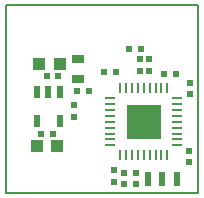
<source format=gbp>
G04*
G04 #@! TF.GenerationSoftware,Altium Limited,Altium Designer,20.1.8 (145)*
G04*
G04 Layer_Color=128*
%FSLAX25Y25*%
%MOIN*%
G70*
G04*
G04 #@! TF.SameCoordinates,21FBFEBA-D07F-42F0-8C11-0AAD296DAF8C*
G04*
G04*
G04 #@! TF.FilePolarity,Positive*
G04*
G01*
G75*
%ADD15C,0.00500*%
%ADD16R,0.01968X0.05118*%
%ADD17R,0.01968X0.02362*%
%ADD23R,0.02362X0.01968*%
%ADD51R,0.04331X0.03937*%
%ADD52R,0.03937X0.02756*%
%ADD53R,0.11811X0.11811*%
%ADD54O,0.03740X0.00984*%
%ADD55O,0.00984X0.03740*%
%ADD56R,0.02362X0.04331*%
D15*
X515158Y252559D02*
X579331D01*
X515158Y190110D02*
X579331D01*
X515158D02*
Y252559D01*
X579331Y190110D02*
Y252559D01*
D16*
X567400Y194500D02*
D03*
X572124Y194500D02*
D03*
X562676D02*
D03*
D17*
X559800Y234637D02*
D03*
Y230700D02*
D03*
X563000Y234668D02*
D03*
Y230732D02*
D03*
X537800Y219237D02*
D03*
Y215300D02*
D03*
X551200Y197468D02*
D03*
Y193531D02*
D03*
X576600Y222800D02*
D03*
Y226737D02*
D03*
X576300Y204100D02*
D03*
Y200163D02*
D03*
D23*
X539032Y223900D02*
D03*
X542969D02*
D03*
X528800Y228800D02*
D03*
X532737D02*
D03*
X548032Y230400D02*
D03*
X551969D02*
D03*
X560368Y238100D02*
D03*
X556431D02*
D03*
X567932Y229500D02*
D03*
X571869D02*
D03*
X531037Y209600D02*
D03*
X527100D02*
D03*
X554632Y196600D02*
D03*
X558569D02*
D03*
X558669Y193000D02*
D03*
X554732D02*
D03*
D51*
X533146Y232900D02*
D03*
X526453D02*
D03*
X525500Y205600D02*
D03*
X532193D02*
D03*
D52*
X539200Y234593D02*
D03*
Y227900D02*
D03*
D53*
X561200Y213700D02*
D03*
D54*
X572322Y205826D02*
D03*
Y207794D02*
D03*
Y209763D02*
D03*
Y211732D02*
D03*
Y213700D02*
D03*
Y215669D02*
D03*
Y217637D02*
D03*
Y219605D02*
D03*
Y221574D02*
D03*
X550078D02*
D03*
Y219605D02*
D03*
Y217637D02*
D03*
Y215669D02*
D03*
Y213700D02*
D03*
Y211732D02*
D03*
Y209763D02*
D03*
Y207794D02*
D03*
Y205826D02*
D03*
D55*
X569074Y224822D02*
D03*
X567105D02*
D03*
X565137D02*
D03*
X563168D02*
D03*
X561200D02*
D03*
X559232D02*
D03*
X557263D02*
D03*
X555295D02*
D03*
X553326D02*
D03*
Y202578D02*
D03*
X555295D02*
D03*
X557263D02*
D03*
X559232D02*
D03*
X561200D02*
D03*
X563168D02*
D03*
X565137D02*
D03*
X567105D02*
D03*
X569074D02*
D03*
D56*
X525660Y223524D02*
D03*
X529400D02*
D03*
X533140D02*
D03*
Y214076D02*
D03*
X525660D02*
D03*
M02*

</source>
